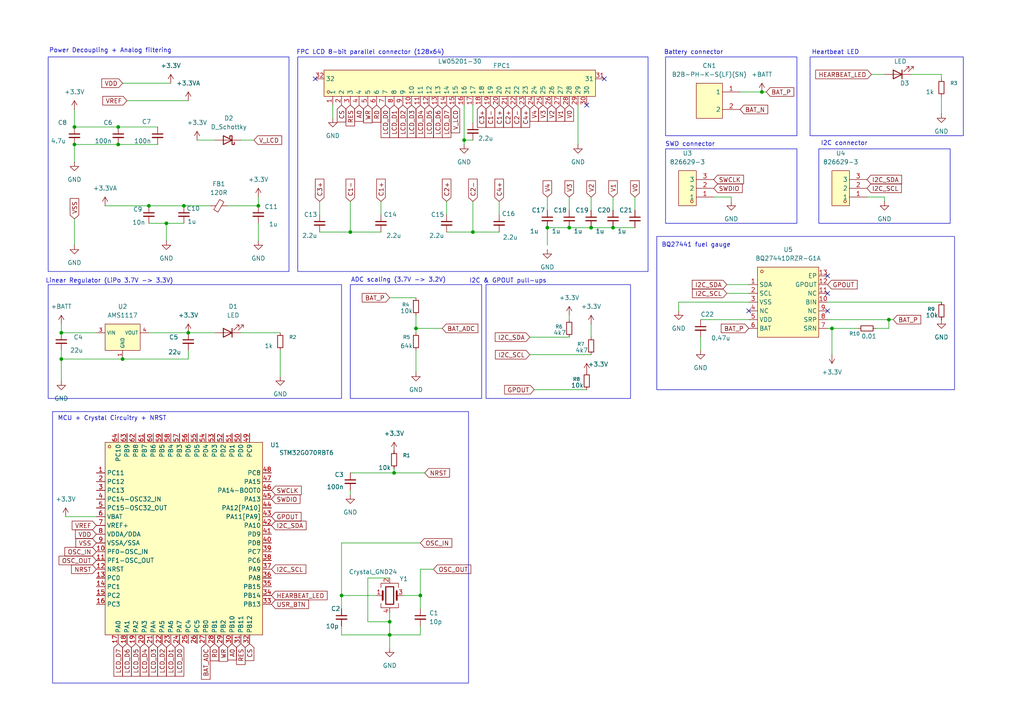
<source format=kicad_sch>
(kicad_sch (version 20250114) (generator "eeschema") (generator_version "9.0")
  (paper "A4")
  (title_block (title "STM32 Single cell LiPo station") (date "2025-09-07") (rev "v0") (company "github.com/joubiti"))
  (lib_symbols
    (symbol "Device:C_Small" (pin_numbers (hide yes)) (pin_names (offset 0.254) (hide yes))
      (property "Reference" "C" (at 0.254 1.778 0))
      (property "Value" "C_Small" (at 0.254 -2.032 0))
      (symbol "C_Small_1_1"
        (pin passive line (at 0 2.54 270) (length 2.032) (name "~") (number "1"))
        (pin passive line (at 0 -2.54 90) (length 2.032) (name "~") (number "2"))
      )
    )
    (symbol "Device:Crystal_GND24" (pin_names (offset 1.016) (hide yes))
      (property "Reference" "Y" (at 3.175 5.08 0))
      (property "Value" "Crystal_GND24" (at 3.175 3.175 0))
      (symbol "Crystal_GND24_1_1"
        (pin passive line (at -3.81 0 0) (length 1.27) (name "1") (number "1"))
        (pin passive line (at 0 5.08 270) (length 1.27) (name "2") (number "2"))
        (pin passive line (at 0 -5.08 90) (length 1.27) (name "4") (number "4"))
        (pin passive line (at 3.81 0 180) (length 1.27) (name "3") (number "3"))
      )
    )
    (symbol "Device:D_Schottky" (pin_numbers (hide yes)) (pin_names (offset 1.016) (hide yes))
      (property "Reference" "D" (at 0 2.54 0))
      (property "Value" "D_Schottky" (at 0 -2.54 0))
      (symbol "D_Schottky_1_1"
        (pin passive line (at -3.81 0 0) (length 2.54) (name "K") (number "1"))
        (pin passive line (at 3.81 0 180) (length 2.54) (name "A") (number "2"))
      )
    )
    (symbol "Device:FerriteBead_Small" (pin_numbers (hide yes)) (pin_names (offset 0))
      (property "Reference" "FB" (at 1.905 1.27 0))
      (property "Value" "FerriteBead_Small" (at 1.905 -1.27 0))
      (symbol "FerriteBead_Small_1_1"
        (pin passive line (at 0 2.54 270) (length 1.27) (name "~") (number "1"))
        (pin passive line (at 0 -2.54 90) (length 1.27) (name "~") (number "2"))
      )
    )
    (symbol "Device:LED" (pin_numbers (hide yes)) (pin_names (offset 1.016) (hide yes))
      (property "Reference" "D" (at 0 2.54 0))
      (property "Value" "LED" (at 0 -2.54 0))
      (symbol "LED_1_1"
        (pin passive line (at -3.81 0 0) (length 2.54) (name "K") (number "1"))
        (pin passive line (at 3.81 0 180) (length 2.54) (name "A") (number "2"))
      )
    )
    (symbol "Device:R_Small" (pin_numbers (hide yes)) (pin_names (offset 0.254) (hide yes))
      (property "Reference" "R" (at 0 0 90))
      (property "Value" "R_Small" (at 1.778 0 90))
      (symbol "R_Small_1_1"
        (pin passive line (at 0 2.54 270) (length 0.762) (name "~") (number "1"))
        (pin passive line (at 0 -2.54 90) (length 0.762) (name "~") (number "2"))
      )
    )
    (symbol "PCM_JLCPCB-Power:LDO, 3.3V, 1A"
      (property "Reference" "U" (at 0 8.89 0))
      (property "Value" "AMS1117" (at 0 6.35 0))
      (symbol "LDO, 3.3V, 1A_0_1"
        (pin unspecified line (at 0 -5.08 90) (length 2.54) (name "GND") (number "1"))
        (pin unspecified line (at 7.62 2.54 180) (length 2.54) (name "VOUT") (number "4"))
      )
      (symbol "LDO, 3.3V, 1A_1_1"
        (pin unspecified line (at -7.62 2.54 0) (length 2.54) (name "VIN") (number "3"))
        (pin unspecified line (at 7.62 2.54 180) (length 2.54) (hide yes) (name "VOUT") (number "2"))
      )
    )
    (symbol "easyeda2kicad:826629-3"
      (property "Reference" "U" (at 0 -2.54 0))
      (property "Value" "826629-3" (at 0 -12.7 0))
      (symbol "826629-3_0_1"
        (pin unspecified line (at -2.54 -7.62 90) (length 5.08) (name "1") (number "1"))
        (pin unspecified line (at 0 -7.62 90) (length 5.08) (name "2") (number "2"))
        (pin unspecified line (at 2.54 -7.62 90) (length 5.08) (name "3") (number "3"))
      )
    )
    (symbol "easyeda2kicad:B2B-PH-K-S(LF)(SN)"
      (property "Reference" "CN" (at 0 7.62 0))
      (property "Value" "B2B-PH-K-S(LF)(SN)" (at 0 -7.62 0))
      (symbol "B2B-PH-K-S(LF)(SN)_0_1"
        (pin input line (at 6.35 2.54 180) (length 5.08) (name "1") (number "1"))
        (pin input line (at 6.35 -2.54 180) (length 5.08) (name "2") (number "2"))
      )
    )
    (symbol "easyeda2kicad:BQ27441DRZR-G1A"
      (property "Reference" "U" (at 0 12.7 0))
      (property "Value" "BQ27441DRZR-G1A" (at 0 -12.7 0))
      (symbol "BQ27441DRZR-G1A_0_1"
        (pin unspecified line (at -11.43 5.08 0) (length 2.54) (name "SDA") (number "1"))
        (pin unspecified line (at -11.43 2.54 0) (length 2.54) (name "SCL") (number "2"))
        (pin unspecified line (at -11.43 0 0) (length 2.54) (name "VSS") (number "3"))
        (pin unspecified line (at -11.43 -2.54 0) (length 2.54) (name "NC") (number "4"))
        (pin unspecified line (at -11.43 -5.08 0) (length 2.54) (name "VDD") (number "5"))
        (pin unspecified line (at -11.43 -7.62 0) (length 2.54) (name "BAT") (number "6"))
        (pin unspecified line (at 11.43 7.62 180) (length 2.54) (name "EP") (number "13"))
        (pin unspecified line (at 11.43 5.08 180) (length 2.54) (name "GPOUT") (number "12"))
        (pin unspecified line (at 11.43 2.54 180) (length 2.54) (name "NC") (number "11"))
        (pin unspecified line (at 11.43 0 180) (length 2.54) (name "BIN") (number "10"))
        (pin unspecified line (at 11.43 -2.54 180) (length 2.54) (name "NC") (number "9"))
        (pin unspecified line (at 11.43 -5.08 180) (length 2.54) (name "SRP") (number "8"))
        (pin unspecified line (at 11.43 -7.62 180) (length 2.54) (name "SRN") (number "7"))
      )
    )
    (symbol "easyeda2kicad:LW05201-30"
      (property "Reference" "FPC" (at 0 48.26 0))
      (property "Value" "LW05201-30" (at 0 -45.72 0))
      (symbol "LW05201-30_0_1"
        (pin unspecified line (at -5.08 38.1 0) (length 2.54) (name "1") (number "1"))
        (pin unspecified line (at -5.08 35.56 0) (length 2.54) (name "2") (number "2"))
        (pin unspecified line (at -5.08 33.02 0) (length 2.54) (name "3") (number "3"))
        (pin unspecified line (at -5.08 30.48 0) (length 2.54) (name "4") (number "4"))
        (pin unspecified line (at -5.08 27.94 0) (length 2.54) (name "5") (number "5"))
        (pin unspecified line (at -5.08 25.4 0) (length 2.54) (name "6") (number "6"))
        (pin unspecified line (at -5.08 22.86 0) (length 2.54) (name "7") (number "7"))
        (pin unspecified line (at -5.08 20.32 0) (length 2.54) (name "8") (number "8"))
        (pin unspecified line (at -5.08 17.78 0) (length 2.54) (name "9") (number "9"))
        (pin unspecified line (at -5.08 15.24 0) (length 2.54) (name "10") (number "10"))
        (pin unspecified line (at -5.08 12.7 0) (length 2.54) (name "11") (number "11"))
        (pin unspecified line (at -5.08 10.16 0) (length 2.54) (name "12") (number "12"))
        (pin unspecified line (at -5.08 7.62 0) (length 2.54) (name "13") (number "13"))
        (pin unspecified line (at -5.08 5.08 0) (length 2.54) (name "14") (number "14"))
        (pin unspecified line (at -5.08 2.54 0) (length 2.54) (name "15") (number "15"))
        (pin unspecified line (at -5.08 0 0) (length 2.54) (name "16") (number "16"))
        (pin unspecified line (at -5.08 -2.54 0) (length 2.54) (name "17") (number "17"))
        (pin unspecified line (at -5.08 -5.08 0) (length 2.54) (name "18") (number "18"))
        (pin unspecified line (at -5.08 -7.62 0) (length 2.54) (name "19") (number "19"))
        (pin unspecified line (at -5.08 -10.16 0) (length 2.54) (name "20") (number "20"))
        (pin unspecified line (at -5.08 -12.7 0) (length 2.54) (name "21") (number "21"))
        (pin unspecified line (at -5.08 -15.24 0) (length 2.54) (name "22") (number "22"))
        (pin unspecified line (at -5.08 -17.78 0) (length 2.54) (name "23") (number "23"))
        (pin unspecified line (at -5.08 -20.32 0) (length 2.54) (name "24") (number "24"))
        (pin unspecified line (at -5.08 -22.86 0) (length 2.54) (name "25") (number "25"))
        (pin unspecified line (at -5.08 -25.4 0) (length 2.54) (name "26") (number "26"))
        (pin unspecified line (at -5.08 -27.94 0) (length 2.54) (name "27") (number "27"))
        (pin unspecified line (at -5.08 -30.48 0) (length 2.54) (name "28") (number "28"))
        (pin unspecified line (at -5.08 -33.02 0) (length 2.54) (name "29") (number "29"))
        (pin unspecified line (at -5.08 -35.56 0) (length 2.54) (name "30") (number "30"))
        (pin unspecified line (at 2.54 43.18 270) (length 2.54) (name "32") (number "32"))
        (pin unspecified line (at 2.54 -40.64 90) (length 2.54) (name "31") (number "31"))
      )
    )
    (symbol "easyeda2kicad:STM32G070RBT6"
      (property "Reference" "U" (at 0 35.56 0))
      (property "Value" "STM32G070RBT6" (at 0 -35.56 0))
      (symbol "STM32G070RBT6_0_1"
        (pin unspecified line (at -25.4 19.05 0) (length 2.54) (name "PC11") (number "1"))
        (pin unspecified line (at -25.4 16.51 0) (length 2.54) (name "PC12") (number "2"))
        (pin unspecified line (at -25.4 13.97 0) (length 2.54) (name "PC13") (number "3"))
        (pin unspecified line (at -25.4 11.43 0) (length 2.54) (name "PC14-OSC32_IN") (number "4"))
        (pin unspecified line (at -25.4 8.89 0) (length 2.54) (name "PC15-OSC32_OUT") (number "5"))
        (pin unspecified line (at -25.4 6.35 0) (length 2.54) (name "VBAT") (number "6"))
        (pin unspecified line (at -25.4 3.81 0) (length 2.54) (name "VREF+") (number "7"))
        (pin unspecified line (at -25.4 1.27 0) (length 2.54) (name "VDDA/DDA") (number "8"))
        (pin unspecified line (at -25.4 -1.27 0) (length 2.54) (name "VSSA/SSA") (number "9"))
        (pin unspecified line (at -25.4 -3.81 0) (length 2.54) (name "PF0-OSC_IN") (number "10"))
        (pin unspecified line (at -25.4 -6.35 0) (length 2.54) (name "PF1-OSC_OUT") (number "11"))
        (pin unspecified line (at -25.4 -8.89 0) (length 2.54) (name "NRST") (number "12"))
        (pin unspecified line (at -25.4 -11.43 0) (length 2.54) (name "PC0") (number "13"))
        (pin unspecified line (at -25.4 -13.97 0) (length 2.54) (name "PC1") (number "14"))
        (pin unspecified line (at -25.4 -16.51 0) (length 2.54) (name "PC2") (number "15"))
        (pin unspecified line (at -25.4 -19.05 0) (length 2.54) (name "PC3") (number "16"))
        (pin unspecified line (at -19.05 30.48 270) (length 2.54) (name "PC10") (number "64"))
        (pin unspecified line (at -19.05 -30.48 90) (length 2.54) (name "PA0") (number "17"))
        (pin unspecified line (at -16.51 30.48 270) (length 2.54) (name "PB9") (number "63"))
        (pin unspecified line (at -16.51 -30.48 90) (length 2.54) (name "PA1") (number "18"))
        (pin unspecified line (at -13.97 30.48 270) (length 2.54) (name "PB8") (number "62"))
        (pin unspecified line (at -13.97 -30.48 90) (length 2.54) (name "PA2") (number "19"))
        (pin unspecified line (at -11.43 30.48 270) (length 2.54) (name "PB7") (number "61"))
        (pin unspecified line (at -11.43 -30.48 90) (length 2.54) (name "PA3") (number "20"))
        (pin unspecified line (at -8.89 30.48 270) (length 2.54) (name "PB6") (number "60"))
        (pin unspecified line (at -8.89 -30.48 90) (length 2.54) (name "PA4") (number "21"))
        (pin unspecified line (at -6.35 30.48 270) (length 2.54) (name "PB5") (number "59"))
        (pin unspecified line (at -6.35 -30.48 90) (length 2.54) (name "PA5") (number "22"))
        (pin unspecified line (at -3.81 30.48 270) (length 2.54) (name "PB4") (number "58"))
        (pin unspecified line (at -3.81 -30.48 90) (length 2.54) (name "PA6") (number "23"))
        (pin unspecified line (at -1.27 30.48 270) (length 2.54) (name "PB3") (number "57"))
        (pin unspecified line (at -1.27 -30.48 90) (length 2.54) (name "PA7") (number "24"))
        (pin unspecified line (at 1.27 30.48 270) (length 2.54) (name "PD6") (number "56"))
        (pin unspecified line (at 1.27 -30.48 90) (length 2.54) (name "PC4") (number "25"))
        (pin unspecified line (at 3.81 30.48 270) (length 2.54) (name "PD5") (number "55"))
        (pin unspecified line (at 3.81 -30.48 90) (length 2.54) (name "PC5") (number "26"))
        (pin unspecified line (at 6.35 30.48 270) (length 2.54) (name "PD4") (number "54"))
        (pin unspecified line (at 6.35 -30.48 90) (length 2.54) (name "PB0") (number "27"))
        (pin unspecified line (at 8.89 30.48 270) (length 2.54) (name "PD3") (number "53"))
        (pin unspecified line (at 8.89 -30.48 90) (length 2.54) (name "PB1") (number "28"))
        (pin unspecified line (at 11.43 30.48 270) (length 2.54) (name "PD2") (number "52"))
        (pin unspecified line (at 11.43 -30.48 90) (length 2.54) (name "PB2") (number "29"))
        (pin unspecified line (at 13.97 30.48 270) (length 2.54) (name "PD1") (number "51"))
        (pin unspecified line (at 13.97 -30.48 90) (length 2.54) (name "PB10") (number "30"))
        (pin unspecified line (at 16.51 30.48 270) (length 2.54) (name "PD0") (number "50"))
        (pin unspecified line (at 16.51 -30.48 90) (length 2.54) (name "PB11") (number "31"))
        (pin unspecified line (at 19.05 30.48 270) (length 2.54) (name "PC9") (number "49"))
        (pin unspecified line (at 19.05 -30.48 90) (length 2.54) (name "PB12") (number "32"))
        (pin unspecified line (at 25.4 19.05 180) (length 2.54) (name "PC8") (number "48"))
        (pin unspecified line (at 25.4 16.51 180) (length 2.54) (name "PA15") (number "47"))
        (pin unspecified line (at 25.4 13.97 180) (length 2.54) (name "PA14-BOOT0") (number "46"))
        (pin unspecified line (at 25.4 11.43 180) (length 2.54) (name "PA13") (number "45"))
        (pin unspecified line (at 25.4 8.89 180) (length 2.54) (name "PA12[PA10]") (number "44"))
        (pin unspecified line (at 25.4 6.35 180) (length 2.54) (name "PA11[PA9]") (number "43"))
        (pin unspecified line (at 25.4 3.81 180) (length 2.54) (name "PA10") (number "42"))
        (pin unspecified line (at 25.4 1.27 180) (length 2.54) (name "PD9") (number "41"))
        (pin unspecified line (at 25.4 -1.27 180) (length 2.54) (name "PD8") (number "40"))
        (pin unspecified line (at 25.4 -3.81 180) (length 2.54) (name "PC7") (number "39"))
        (pin unspecified line (at 25.4 -6.35 180) (length 2.54) (name "PC6") (number "38"))
        (pin unspecified line (at 25.4 -8.89 180) (length 2.54) (name "PA9") (number "37"))
        (pin unspecified line (at 25.4 -11.43 180) (length 2.54) (name "PA8") (number "36"))
        (pin unspecified line (at 25.4 -13.97 180) (length 2.54) (name "PB15") (number "35"))
        (pin unspecified line (at 25.4 -16.51 180) (length 2.54) (name "PB14") (number "34"))
        (pin unspecified line (at 25.4 -19.05 180) (length 2.54) (name "PB13") (number "33"))
      )
    )
    (symbol "power:+3.3V" (power) (pin_numbers (hide yes)) (pin_names (offset 0) (hide yes))
      (property "Value" "+3.3V" (at 0 3.556 0))
      (symbol "+3.3V_1_1"
        (pin power_in line (at 0 0 90) (length 0) (name "~") (number "1"))
      )
    )
    (symbol "power:+3.3VA" (power) (pin_numbers (hide yes)) (pin_names (offset 0) (hide yes))
      (property "Value" "+3.3VA" (at 0 3.556 0))
      (symbol "+3.3VA_1_1"
        (pin power_in line (at 0 0 90) (length 0) (name "~") (number "1"))
      )
    )
    (symbol "power:+BATT" (power) (pin_numbers (hide yes)) (pin_names (offset 0) (hide yes))
      (property "Value" "+BATT" (at 0 3.556 0))
      (symbol "+BATT_1_1"
        (pin power_in line (at 0 0 90) (length 0) (name "~") (number "1"))
      )
    )
    (symbol "power:GND" (power) (pin_numbers (hide yes)) (pin_names (offset 0) (hide yes))
      (property "Value" "GND" (at 0 -3.81 0))
      (symbol "GND_1_1"
        (pin power_in line (at 0 0 270) (length 0) (name "~") (number "1"))
      )
    )
  )
  (rectangle (start 193.04 16.51) (end 231.14 39.37))
  (rectangle (start 13.97 82.55) (end 99.06 115.57))
  (rectangle (start 15.24 119.38) (end 135.89 198.12))
  (rectangle (start 190.5 68.58) (end 276.86 113.03))
  (rectangle (start 237.49 43.18) (end 275.59 64.77))
  (rectangle (start 86.36 16.51) (end 187.96 78.74))
  (rectangle (start 140.97 82.55) (end 182.88 115.57))
  (rectangle (start 13.97 16.51) (end 83.82 78.74))
  (rectangle (start 234.95 16.51) (end 279.4 39.37))
  (rectangle (start 101.6 82.55) (end 139.7 115.57))
  (rectangle (start 193.04 43.18) (end 231.14 64.77))
  (text "ADC scaling (3.7V -> 3.2V)" (at 115.57 81.28 0) (effects (font (size 1.27 1.27))))
  (text "I2C connector" (at 244.856 41.656 0) (effects (font (size 1.27 1.27))))
  (text "SWD connector" (at 200.152 41.91 0) (effects (font (size 1.27 1.27))))
  (text "Battery connector" (at 201.168 15.24 0) (effects (font (size 1.27 1.27))))
  (text "I2C & GPOUT pull-ups" (at 147.32 81.534 0) (effects (font (size 1.27 1.27))))
  (text "FPC LCD 8-bit parallel connector (128x64)" (at 107.442 15.24 0) (effects (font (size 1.27 1.27))))
  (text "Power Decoupling + Analog filtering" (at 32.004 14.732 0) (effects (font (size 1.27 1.27))))
  (text "Linear Regulator (LiPo 3.7V -> 3.3V)" (at 31.75 81.534 0) (effects (font (size 1.27 1.27))))
  (text "BQ27441 fuel gauge" (at 201.93 71.12 0) (effects (font (size 1.27 1.27))))
  (text "MCU + Crystal Circuitry + NRST" (at 32.512 121.412 0) (effects (font (size 1.27 1.27))))
  (text "Heartbeat LED" (at 242.316 15.24 0) (effects (font (size 1.27 1.27))))
  (junction (at 241.3 95.25))
  (junction (at 17.78 96.52))
  (junction (at 34.29 36.83))
  (junction (at 171.45 66.04))
  (junction (at 99.06 172.72))
  (junction (at 101.6 67.31))
  (junction (at 120.65 95.25))
  (junction (at 34.29 41.91))
  (junction (at 257.81 92.71))
  (junction (at 177.8 66.04))
  (junction (at 17.78 104.14))
  (junction (at 48.26 64.77))
  (junction (at 158.75 66.04))
  (junction (at 134.62 40.64))
  (junction (at 43.18 59.69))
  (junction (at 53.34 59.69))
  (junction (at 74.93 59.69))
  (junction (at 121.92 172.72))
  (junction (at 21.59 36.83))
  (junction (at 54.61 96.52))
  (junction (at 113.03 184.15))
  (junction (at 21.59 41.91))
  (junction (at 165.1 66.04))
  (junction (at 114.3 137.16))
  (junction (at 220.98 26.67))
  (junction (at 137.16 67.31))
  (junction (at 113.03 180.34))
  (junction (at 35.56 104.14))
  (no_connect (at 91.44 22.86))
  (no_connect (at 217.17 90.17))
  (no_connect (at 240.03 80.01))
  (no_connect (at 240.03 85.09))
  (no_connect (at 240.03 90.17))
  (no_connect (at 175.26 22.86))
  (no_connect (at 170.18 30.48))
  (wire (pts (xy 113.03 180.34) (xy 113.03 184.15)))
  (wire (pts (xy 252.73 21.59) (xy 256.54 21.59)))
  (wire (pts (xy 137.16 67.31) (xy 144.78 67.31)))
  (wire (pts (xy 54.61 96.52) (xy 62.23 96.52)))
  (wire (pts (xy 74.93 64.77) (xy 74.93 69.85)))
  (wire (pts (xy 114.3 137.16) (xy 123.19 137.16)))
  (wire (pts (xy 92.71 58.42) (xy 92.71 62.23)))
  (wire (pts (xy 121.92 184.15) (xy 113.03 184.15)))
  (wire (pts (xy 158.75 66.04) (xy 165.1 66.04)))
  (wire (pts (xy 48.26 64.77) (xy 53.34 64.77)))
  (wire (pts (xy 137.16 58.42) (xy 137.16 67.31)))
  (wire (pts (xy 69.85 40.64) (xy 73.66 40.64)))
  (wire (pts (xy 203.2 97.79) (xy 203.2 101.6)))
  (wire (pts (xy 203.2 92.71) (xy 217.17 92.71)))
  (wire (pts (xy 257.81 92.71) (xy 257.81 95.25)))
  (wire (pts (xy 74.93 57.15) (xy 74.93 59.69)))
  (wire (pts (xy 165.1 57.15) (xy 165.1 60.96)))
  (wire (pts (xy 17.78 104.14) (xy 17.78 110.49)))
  (wire (pts (xy 21.59 63.5) (xy 21.59 71.12)))
  (wire (pts (xy 34.29 41.91) (xy 45.72 41.91)))
  (wire (pts (xy 171.45 57.15) (xy 171.45 60.96)))
  (wire (pts (xy 154.94 113.03) (xy 170.18 113.03)))
  (wire (pts (xy 21.59 31.75) (xy 21.59 36.83)))
  (wire (pts (xy 54.61 101.6) (xy 54.61 104.14)))
  (wire (pts (xy 48.26 64.77) (xy 48.26 69.85)))
  (wire (pts (xy 171.45 93.98) (xy 171.45 97.79)))
  (wire (pts (xy 129.54 58.42) (xy 129.54 62.23)))
  (wire (pts (xy 212.09 57.15) (xy 212.09 58.42)))
  (wire (pts (xy 43.18 64.77) (xy 48.26 64.77)))
  (wire (pts (xy 144.78 58.42) (xy 144.78 62.23)))
  (wire (pts (xy 101.6 137.16) (xy 114.3 137.16)))
  (wire (pts (xy 210.82 82.55) (xy 217.17 82.55)))
  (wire (pts (xy 184.15 57.15) (xy 184.15 60.96)))
  (wire (pts (xy 273.05 21.59) (xy 273.05 22.86)))
  (wire (pts (xy 128.27 95.25) (xy 120.65 95.25)))
  (wire (pts (xy 17.78 104.14) (xy 17.78 101.6)))
  (wire (pts (xy 19.05 149.86) (xy 27.94 149.86)))
  (wire (pts (xy 21.59 41.91) (xy 21.59 46.99)))
  (wire (pts (xy 167.64 30.48) (xy 167.64 41.91)))
  (wire (pts (xy 17.78 93.98) (xy 17.78 96.52)))
  (wire (pts (xy 54.61 104.14) (xy 35.56 104.14)))
  (wire (pts (xy 34.29 36.83) (xy 45.72 36.83)))
  (wire (pts (xy 101.6 58.42) (xy 101.6 67.31)))
  (wire (pts (xy 121.92 172.72) (xy 121.92 176.53)))
  (wire (pts (xy 257.81 95.25) (xy 254 95.25)))
  (wire (pts (xy 106.68 167.64) (xy 106.68 180.34)))
  (wire (pts (xy 35.56 24.13) (xy 49.53 24.13)))
  (wire (pts (xy 30.48 59.69) (xy 43.18 59.69)))
  (wire (pts (xy 36.83 29.21) (xy 54.61 29.21)))
  (wire (pts (xy 134.62 40.64) (xy 134.62 41.91)))
  (wire (pts (xy 256.54 57.15) (xy 256.54 58.42)))
  (wire (pts (xy 264.16 21.59) (xy 273.05 21.59)))
  (wire (pts (xy 96.52 30.48) (xy 96.52 34.29)))
  (wire (pts (xy 241.3 95.25) (xy 248.92 95.25)))
  (wire (pts (xy 116.84 172.72) (xy 121.92 172.72)))
  (wire (pts (xy 259.08 92.71) (xy 257.81 92.71)))
  (wire (pts (xy 113.03 167.64) (xy 106.68 167.64)))
  (wire (pts (xy 240.03 92.71) (xy 257.81 92.71)))
  (wire (pts (xy 222.25 26.67) (xy 220.98 26.67)))
  (wire (pts (xy 153.67 102.87) (xy 171.45 102.87)))
  (wire (pts (xy 165.1 66.04) (xy 171.45 66.04)))
  (wire (pts (xy 21.59 41.91) (xy 34.29 41.91)))
  (wire (pts (xy 129.54 67.31) (xy 137.16 67.31)))
  (wire (pts (xy 81.28 101.6) (xy 81.28 109.22)))
  (wire (pts (xy 99.06 181.61) (xy 99.06 184.15)))
  (wire (pts (xy 158.75 66.04) (xy 158.75 71.12)))
  (wire (pts (xy 121.92 181.61) (xy 121.92 184.15)))
  (wire (pts (xy 35.56 104.14) (xy 17.78 104.14)))
  (wire (pts (xy 101.6 142.24) (xy 101.6 143.51)))
  (wire (pts (xy 120.65 95.25) (xy 120.65 96.52)))
  (wire (pts (xy 134.62 40.64) (xy 137.16 40.64)))
  (wire (pts (xy 273.05 27.94) (xy 273.05 33.02)))
  (wire (pts (xy 196.85 87.63) (xy 196.85 90.17)))
  (wire (pts (xy 53.34 59.69) (xy 60.96 59.69)))
  (wire (pts (xy 137.16 30.48) (xy 137.16 35.56)))
  (wire (pts (xy 121.92 157.48) (xy 99.06 157.48)))
  (wire (pts (xy 106.68 180.34) (xy 113.03 180.34)))
  (wire (pts (xy 120.65 91.44) (xy 120.65 95.25)))
  (wire (pts (xy 92.71 67.31) (xy 101.6 67.31)))
  (wire (pts (xy 99.06 172.72) (xy 109.22 172.72)))
  (wire (pts (xy 21.59 36.83) (xy 34.29 36.83)))
  (wire (pts (xy 177.8 57.15) (xy 177.8 60.96)))
  (wire (pts (xy 177.8 66.04) (xy 184.15 66.04)))
  (wire (pts (xy 114.3 135.89) (xy 114.3 137.16)))
  (wire (pts (xy 69.85 96.52) (xy 81.28 96.52)))
  (wire (pts (xy 57.15 40.64) (xy 62.23 40.64)))
  (wire (pts (xy 110.49 58.42) (xy 110.49 62.23)))
  (wire (pts (xy 17.78 96.52) (xy 27.94 96.52)))
  (wire (pts (xy 99.06 172.72) (xy 99.06 176.53)))
  (wire (pts (xy 210.82 85.09) (xy 217.17 85.09)))
  (wire (pts (xy 66.04 59.69) (xy 74.93 59.69)))
  (wire (pts (xy 171.45 66.04) (xy 177.8 66.04)))
  (wire (pts (xy 43.18 96.52) (xy 54.61 96.52)))
  (wire (pts (xy 207.01 57.15) (xy 212.09 57.15)))
  (wire (pts (xy 158.75 57.15) (xy 158.75 60.96)))
  (wire (pts (xy 101.6 67.31) (xy 110.49 67.31)))
  (wire (pts (xy 220.98 26.67) (xy 214.63 26.67)))
  (wire (pts (xy 125.73 165.1) (xy 121.92 165.1)))
  (wire (pts (xy 240.03 95.25) (xy 241.3 95.25)))
  (wire (pts (xy 120.65 101.6) (xy 120.65 107.95)))
  (wire (pts (xy 165.1 91.44) (xy 165.1 92.71)))
  (wire (pts (xy 99.06 184.15) (xy 113.03 184.15)))
  (wire (pts (xy 241.3 102.87) (xy 241.3 95.25)))
  (wire (pts (xy 134.62 30.48) (xy 134.62 40.64)))
  (wire (pts (xy 113.03 184.15) (xy 113.03 187.96)))
  (wire (pts (xy 121.92 165.1) (xy 121.92 172.72)))
  (wire (pts (xy 217.17 87.63) (xy 196.85 87.63)))
  (wire (pts (xy 99.06 157.48) (xy 99.06 172.72)))
  (wire (pts (xy 240.03 87.63) (xy 273.05 87.63)))
  (wire (pts (xy 43.18 59.69) (xy 53.34 59.69)))
  (wire (pts (xy 251.46 57.15) (xy 256.54 57.15)))
  (wire (pts (xy 153.67 97.79) (xy 165.1 97.79)))
  (wire (pts (xy 113.03 86.36) (xy 120.65 86.36)))
  (wire (pts (xy 113.03 177.8) (xy 113.03 180.34)))
  (global_label "C1+" (shape input) (at 144.78 30.48 270) (property "Intersheetrefs" "${INTERSHEET_REFS}" (effects (hide yes))))
  (global_label "HEARBEAT_LED" (shape input) (at 78.74 172.72 0) (property "Intersheetrefs" "${INTERSHEET_REFS}" (effects (hide yes))))
  (global_label "LCD_D5" (shape input) (at 39.37 186.69 270) (property "Intersheetrefs" "${INTERSHEET_REFS}" (effects (hide yes))))
  (global_label "RES" (shape input) (at 69.85 186.69 270) (property "Intersheetrefs" "${INTERSHEET_REFS}" (effects (hide yes))))
  (global_label "VSS" (shape input) (at 27.94 157.48 180) (property "Intersheetrefs" "${INTERSHEET_REFS}" (effects (hide yes))))
  (global_label "GPOUT" (shape input) (at 240.03 82.55 0) (property "Intersheetrefs" "${INTERSHEET_REFS}" (effects (hide yes))))
  (global_label "V0" (shape input) (at 165.1 30.48 270) (property "Intersheetrefs" "${INTERSHEET_REFS}" (effects (hide yes))))
  (global_label "USR_BTN" (shape input) (at 78.74 175.26 0) (property "Intersheetrefs" "${INTERSHEET_REFS}" (effects (hide yes))))
  (global_label "OSC_OUT" (shape input) (at 27.94 162.56 180) (property "Intersheetrefs" "${INTERSHEET_REFS}" (effects (hide yes))))
  (global_label "V1" (shape input) (at 177.8 57.15 90) (property "Intersheetrefs" "${INTERSHEET_REFS}" (effects (hide yes))))
  (global_label "NRST" (shape input) (at 27.94 165.1 180) (property "Intersheetrefs" "${INTERSHEET_REFS}" (effects (hide yes))))
  (global_label "VDD" (shape input) (at 27.94 154.94 180) (property "Intersheetrefs" "${INTERSHEET_REFS}" (effects (hide yes))))
  (global_label "C2-" (shape input) (at 149.86 30.48 270) (property "Intersheetrefs" "${INTERSHEET_REFS}" (effects (hide yes))))
  (global_label "LCD_D7" (shape input) (at 34.29 186.69 270) (property "Intersheetrefs" "${INTERSHEET_REFS}" (effects (hide yes))))
  (global_label "I2C_SDA" (shape input) (at 153.67 97.79 180) (property "Intersheetrefs" "${INTERSHEET_REFS}" (effects (hide yes))))
  (global_label "SWCLK" (shape input) (at 78.74 142.24 0) (property "Intersheetrefs" "${INTERSHEET_REFS}" (effects (hide yes))))
  (global_label "LCD_D3" (shape input) (at 44.45 186.69 270) (property "Intersheetrefs" "${INTERSHEET_REFS}" (effects (hide yes))))
  (global_label "BAT_P" (shape input) (at 217.17 95.25 180) (property "Intersheetrefs" "${INTERSHEET_REFS}" (effects (hide yes))))
  (global_label "WR" (shape input) (at 64.77 186.69 270) (property "Intersheetrefs" "${INTERSHEET_REFS}" (effects (hide yes))))
  (global_label "LCD_D4" (shape input) (at 121.92 30.48 270) (property "Intersheetrefs" "${INTERSHEET_REFS}" (effects (hide yes))))
  (global_label "V3" (shape input) (at 165.1 57.15 90) (property "Intersheetrefs" "${INTERSHEET_REFS}" (effects (hide yes))))
  (global_label "I2C_SCL" (shape input) (at 251.46 54.61 0) (property "Intersheetrefs" "${INTERSHEET_REFS}" (effects (hide yes))))
  (global_label "BAT_ADC" (shape input) (at 128.27 95.25 0) (property "Intersheetrefs" "${INTERSHEET_REFS}" (effects (hide yes))))
  (global_label "SWDIO" (shape input) (at 207.01 54.61 0) (property "Intersheetrefs" "${INTERSHEET_REFS}" (effects (hide yes))))
  (global_label "A0" (shape input) (at 104.14 30.48 270) (property "Intersheetrefs" "${INTERSHEET_REFS}" (effects (hide yes))))
  (global_label "V4" (shape input) (at 154.94 30.48 270) (property "Intersheetrefs" "${INTERSHEET_REFS}" (effects (hide yes))))
  (global_label "LCD_D4" (shape input) (at 41.91 186.69 270) (property "Intersheetrefs" "${INTERSHEET_REFS}" (effects (hide yes))))
  (global_label "LCD_D6" (shape input) (at 36.83 186.69 270) (property "Intersheetrefs" "${INTERSHEET_REFS}" (effects (hide yes))))
  (global_label "OSC_IN" (shape input) (at 121.92 157.48 0) (property "Intersheetrefs" "${INTERSHEET_REFS}" (effects (hide yes))))
  (global_label "LCD_D0" (shape input) (at 111.76 30.48 270) (property "Intersheetrefs" "${INTERSHEET_REFS}" (effects (hide yes))))
  (global_label "V1" (shape input) (at 162.56 30.48 270) (property "Intersheetrefs" "${INTERSHEET_REFS}" (effects (hide yes))))
  (global_label "BAT_ADC" (shape input) (at 59.69 186.69 270) (property "Intersheetrefs" "${INTERSHEET_REFS}" (effects (hide yes))))
  (global_label "V4" (shape input) (at 158.75 57.15 90) (property "Intersheetrefs" "${INTERSHEET_REFS}" (effects (hide yes))))
  (global_label "LCD_D2" (shape input) (at 46.99 186.69 270) (property "Intersheetrefs" "${INTERSHEET_REFS}" (effects (hide yes))))
  (global_label "V2" (shape input) (at 171.45 57.15 90) (property "Intersheetrefs" "${INTERSHEET_REFS}" (effects (hide yes))))
  (global_label "C4+" (shape input) (at 144.78 58.42 90) (property "Intersheetrefs" "${INTERSHEET_REFS}" (effects (hide yes))))
  (global_label "V2" (shape input) (at 160.02 30.48 270) (property "Intersheetrefs" "${INTERSHEET_REFS}" (effects (hide yes))))
  (global_label "LCD_D6" (shape input) (at 127 30.48 270) (property "Intersheetrefs" "${INTERSHEET_REFS}" (effects (hide yes))))
  (global_label "RD" (shape input) (at 109.22 30.48 270) (property "Intersheetrefs" "${INTERSHEET_REFS}" (effects (hide yes))))
  (global_label "RES" (shape input) (at 101.6 30.48 270) (property "Intersheetrefs" "${INTERSHEET_REFS}" (effects (hide yes))))
  (global_label "OSC_OUT" (shape input) (at 125.73 165.1 0) (property "Intersheetrefs" "${INTERSHEET_REFS}" (effects (hide yes))))
  (global_label "GPOUT" (shape input) (at 78.74 149.86 0) (property "Intersheetrefs" "${INTERSHEET_REFS}" (effects (hide yes))))
  (global_label "V_LCD" (shape input) (at 132.08 30.48 270) (property "Intersheetrefs" "${INTERSHEET_REFS}" (effects (hide yes))))
  (global_label "GPOUT" (shape input) (at 154.94 113.03 180) (property "Intersheetrefs" "${INTERSHEET_REFS}" (effects (hide yes))))
  (global_label "BAT_P" (shape input) (at 113.03 86.36 180) (property "Intersheetrefs" "${INTERSHEET_REFS}" (effects (hide yes))))
  (global_label "C3+" (shape input) (at 92.71 58.42 90) (property "Intersheetrefs" "${INTERSHEET_REFS}" (effects (hide yes))))
  (global_label "C3+" (shape input) (at 139.7 30.48 270) (property "Intersheetrefs" "${INTERSHEET_REFS}" (effects (hide yes))))
  (global_label "LCD_D1" (shape input) (at 114.3 30.48 270) (property "Intersheetrefs" "${INTERSHEET_REFS}" (effects (hide yes))))
  (global_label "SWCLK" (shape input) (at 207.01 52.07 0) (property "Intersheetrefs" "${INTERSHEET_REFS}" (effects (hide yes))))
  (global_label "C1-" (shape input) (at 101.6 58.42 90) (property "Intersheetrefs" "${INTERSHEET_REFS}" (effects (hide yes))))
  (global_label "BAT_N" (shape input) (at 214.63 31.75 0) (property "Intersheetrefs" "${INTERSHEET_REFS}" (effects (hide yes))))
  (global_label "RD" (shape input) (at 62.23 186.69 270) (property "Intersheetrefs" "${INTERSHEET_REFS}" (effects (hide yes))))
  (global_label "V0" (shape input) (at 184.15 57.15 90) (property "Intersheetrefs" "${INTERSHEET_REFS}" (effects (hide yes))))
  (global_label "VSS" (shape input) (at 21.59 63.5 90) (property "Intersheetrefs" "${INTERSHEET_REFS}" (effects (hide yes))))
  (global_label "A0" (shape input) (at 67.31 186.69 270) (property "Intersheetrefs" "${INTERSHEET_REFS}" (effects (hide yes))))
  (global_label "HEARBEAT_LED" (shape input) (at 252.73 21.59 180) (property "Intersheetrefs" "${INTERSHEET_REFS}" (effects (hide yes))))
  (global_label "I2C_SCL" (shape input) (at 78.74 165.1 0) (property "Intersheetrefs" "${INTERSHEET_REFS}" (effects (hide yes))))
  (global_label "I2C_SDA" (shape input) (at 210.82 82.55 180) (property "Intersheetrefs" "${INTERSHEET_REFS}" (effects (hide yes))))
  (global_label "VDD" (shape input) (at 35.56 24.13 180) (property "Intersheetrefs" "${INTERSHEET_REFS}" (effects (hide yes))))
  (global_label "C1+" (shape input) (at 110.49 58.42 90) (property "Intersheetrefs" "${INTERSHEET_REFS}" (effects (hide yes))))
  (global_label "I2C_SDA" (shape input) (at 251.46 52.07 0) (property "Intersheetrefs" "${INTERSHEET_REFS}" (effects (hide yes))))
  (global_label "LCD_D0" (shape input) (at 52.07 186.69 270) (property "Intersheetrefs" "${INTERSHEET_REFS}" (effects (hide yes))))
  (global_label "CS" (shape input) (at 99.06 30.48 270) (property "Intersheetrefs" "${INTERSHEET_REFS}" (effects (hide yes))))
  (global_label "LCD_D2" (shape input) (at 116.84 30.48 270) (property "Intersheetrefs" "${INTERSHEET_REFS}" (effects (hide yes))))
  (global_label "C2+" (shape input) (at 147.32 30.48 270) (property "Intersheetrefs" "${INTERSHEET_REFS}" (effects (hide yes))))
  (global_label "LCD_D5" (shape input) (at 124.46 30.48 270) (property "Intersheetrefs" "${INTERSHEET_REFS}" (effects (hide yes))))
  (global_label "I2C_SCL" (shape input) (at 210.82 85.09 180) (property "Intersheetrefs" "${INTERSHEET_REFS}" (effects (hide yes))))
  (global_label "VREF" (shape input) (at 36.83 29.21 180) (property "Intersheetrefs" "${INTERSHEET_REFS}" (effects (hide yes))))
  (global_label "WR" (shape input) (at 106.68 30.48 270) (property "Intersheetrefs" "${INTERSHEET_REFS}" (effects (hide yes))))
  (global_label "LCD_D3" (shape input) (at 119.38 30.48 270) (property "Intersheetrefs" "${INTERSHEET_REFS}" (effects (hide yes))))
  (global_label "V3" (shape input) (at 157.48 30.48 270) (property "Intersheetrefs" "${INTERSHEET_REFS}" (effects (hide yes))))
  (global_label "I2C_SDA" (shape input) (at 78.74 152.4 0) (property "Intersheetrefs" "${INTERSHEET_REFS}" (effects (hide yes))))
  (global_label "BAT_P" (shape input) (at 259.08 92.71 0) (property "Intersheetrefs" "${INTERSHEET_REFS}" (effects (hide yes))))
  (global_label "OSC_IN" (shape input) (at 27.94 160.02 180) (property "Intersheetrefs" "${INTERSHEET_REFS}" (effects (hide yes))))
  (global_label "LCD_D7" (shape input) (at 129.54 30.48 270) (property "Intersheetrefs" "${INTERSHEET_REFS}" (effects (hide yes))))
  (global_label "C4+" (shape input) (at 152.4 30.48 270) (property "Intersheetrefs" "${INTERSHEET_REFS}" (effects (hide yes))))
  (global_label "C1-" (shape input) (at 142.24 30.48 270) (property "Intersheetrefs" "${INTERSHEET_REFS}" (effects (hide yes))))
  (global_label "C2-" (shape input) (at 137.16 58.42 90) (property "Intersheetrefs" "${INTERSHEET_REFS}" (effects (hide yes))))
  (global_label "I2C_SCL" (shape input) (at 153.67 102.87 180) (property "Intersheetrefs" "${INTERSHEET_REFS}" (effects (hide yes))))
  (global_label "BAT_P" (shape input) (at 222.25 26.67 0) (property "Intersheetrefs" "${INTERSHEET_REFS}" (effects (hide yes))))
  (global_label "CS" (shape input) (at 72.39 186.69 270) (property "Intersheetrefs" "${INTERSHEET_REFS}" (effects (hide yes))))
  (global_label "SWDIO" (shape input) (at 78.74 144.78 0) (property "Intersheetrefs" "${INTERSHEET_REFS}" (effects (hide yes))))
  (global_label "C2+" (shape input) (at 129.54 58.42 90) (property "Intersheetrefs" "${INTERSHEET_REFS}" (effects (hide yes))))
  (global_label "LCD_D1" (shape input) (at 49.53 186.69 270) (property "Intersheetrefs" "${INTERSHEET_REFS}" (effects (hide yes))))
  (global_label "NRST" (shape input) (at 123.19 137.16 0) (property "Intersheetrefs" "${INTERSHEET_REFS}" (effects (hide yes))))
  (global_label "V_LCD" (shape input) (at 73.66 40.64 0) (property "Intersheetrefs" "${INTERSHEET_REFS}" (effects (hide yes))))
  (global_label "VREF" (shape input) (at 27.94 152.4 180) (property "Intersheetrefs" "${INTERSHEET_REFS}" (effects (hide yes))))
  (symbol (lib_id "Device:C_Small") (at 165.1 63.5 0) (unit 1)
    (property "Reference" "C18" (at 160.528 60.96 0) (effects (justify left)))
    (property "Value" "1u" (at 160.02 67.056 0) (effects (justify left)))
    (property "Description" "Unpolarized capacitor, small symbol" (effects (hide yes)))
  )
  (symbol (lib_id "power:+3.3V") (at 49.53 24.13 0) (unit 1)
    (property "Reference" "#PWR011" (effects (hide yes)))
    (property "Value" "+3.3V" (at 49.53 19.05 0))
    (property "Description" "Power symbol creates a global label with name \"+3.3V\"" (effects (hide yes)))
  )
  (symbol (lib_id "Device:C_Small") (at 17.78 99.06 0) (unit 1)
    (property "Reference" "C4" (at 21.336 97.79 0) (effects (justify left)))
    (property "Value" "22u" (at 20.32 101.6 0) (effects (justify left)))
    (property "Description" "Unpolarized capacitor, small symbol" (effects (hide yes)))
  )
  (symbol (lib_id "power:+3.3V") (at 114.3 130.81 0) (unit 1)
    (property "Reference" "#PWR04" (effects (hide yes)))
    (property "Value" "+3.3V" (at 114.3 125.73 0))
    (property "Description" "Power symbol creates a global label with name \"+3.3V\"" (effects (hide yes)))
  )
  (symbol (lib_id "Device:C_Small") (at 110.49 64.77 0) (unit 1)
    (property "Reference" "C14" (at 111.252 62.23 0) (effects (justify left)))
    (property "Value" "2.2u" (at 112.014 68.326 0) (effects (justify left)))
    (property "Description" "Unpolarized capacitor, small symbol" (effects (hide yes)))
  )
  (symbol (lib_id "Device:C_Small") (at 43.18 62.23 0) (unit 1)
    (property "Reference" "C9" (at 38.608 60.706 0) (effects (justify left)))
    (property "Value" "10n" (at 38.354 64.516 0) (effects (justify left)))
    (property "Description" "Unpolarized capacitor, small symbol" (effects (hide yes)))
  )
  (symbol (lib_id "Device:C_Small") (at 144.78 64.77 0) (unit 1)
    (property "Reference" "C16" (at 145.542 61.976 0) (effects (justify left)))
    (property "Value" "2.2u" (at 145.796 68.834 0) (effects (justify left)))
    (property "Description" "Unpolarized capacitor, small symbol" (effects (hide yes)))
  )
  (symbol (lib_id "Device:C_Small") (at 21.59 39.37 0) (unit 1)
    (property "Reference" "C8" (at 16.764 35.56 0) (effects (justify left)))
    (property "Value" "4.7u" (at 14.732 40.894 0) (effects (justify left)))
    (property "Description" "Unpolarized capacitor, small symbol" (effects (hide yes)))
  )
  (symbol (lib_id "Device:C_Small") (at 101.6 139.7 0) (unit 1)
    (property "Reference" "C3" (at 97.028 137.668 0) (effects (justify left)))
    (property "Value" "100n" (at 94.742 141.224 0) (effects (justify left)))
    (property "Description" "Unpolarized capacitor, small symbol" (effects (hide yes)))
  )
  (symbol (lib_id "power:GND") (at 120.65 107.95 0) (unit 1)
    (property "Reference" "#PWR026" (effects (hide yes)))
    (property "Value" "GND" (at 120.65 113.03 0))
    (property "Description" "Power symbol creates a global label with name \"GND\" , ground" (effects (hide yes)))
  )
  (symbol (lib_id "power:GND") (at 273.05 92.71 0) (unit 1)
    (property "Reference" "#PWR032" (effects (hide yes)))
    (property "Value" "GND" (at 273.05 97.79 0))
    (property "Description" "Power symbol creates a global label with name \"GND\" , ground" (effects (hide yes)))
  )
  (symbol (lib_id "Device:R_Small") (at 81.28 99.06 0) (unit 1)
    (property "Reference" "R2" (at 83.82 97.7899 0) (effects (font (size 1.016 1.016)) (justify left)))
    (property "Value" "1k" (at 76.708 100.33 0) (effects (justify left)))
    (property "Description" "Resistor, small symbol" (effects (hide yes)))
  )
  (symbol (lib_id "Device:R_Small") (at 170.18 110.49 0) (unit 1)
    (property "Reference" "R8" (at 166.116 109.982 0) (effects (font (size 1.016 1.016)) (justify left)))
    (property "Value" "10k" (at 165.608 111.76 0) (effects (justify left)))
    (property "Description" "Resistor, small symbol" (effects (hide yes)))
  )
  (symbol (lib_id "power:GND") (at 21.59 71.12 0) (unit 1)
    (property "Reference" "#PWR017" (effects (hide yes)))
    (property "Value" "GND" (at 21.59 76.2 0))
    (property "Description" "Power symbol creates a global label with name \"GND\" , ground" (effects (hide yes)))
  )
  (symbol (lib_id "power:+3.3V") (at 241.3 102.87 180) (unit 1)
    (property "Reference" "#PWR033" (effects (hide yes)))
    (property "Value" "+3.3V" (at 241.3 107.95 0))
    (property "Description" "Power symbol creates a global label with name \"+3.3V\"" (effects (hide yes)))
  )
  (symbol (lib_id "power:+3.3V") (at 171.45 93.98 0) (unit 1)
    (property "Reference" "#PWR028" (effects (hide yes)))
    (property "Value" "+3.3V" (at 171.45 88.9 0))
    (property "Description" "Power symbol creates a global label with name \"+3.3V\"" (effects (hide yes)))
  )
  (symbol (lib_id "Device:C_Small") (at 137.16 38.1 0) (unit 1)
    (property "Reference" "C12" (effects (hide yes)))
    (property "Value" "2.2u" (at 138.684 40.132 0) (effects (justify left)))
    (property "Description" "Unpolarized capacitor, small symbol" (effects (hide yes)))
  )
  (symbol (lib_id "Device:LED") (at 260.35 21.59 180) (unit 1)
    (property "Reference" "D3" (at 262.382 24.13 0))
    (property "Value" "LED" (at 261.112 17.78 0))
    (property "Description" "Light emitting diode" (effects (hide yes)))
    (property "Sim.Pins" "1=K 2=A" (effects (hide yes)))
  )
  (symbol (lib_id "Device:D_Schottky") (at 66.04 40.64 180) (unit 1)
    (property "Reference" "D2" (at 66.3575 34.29 0))
    (property "Value" "D_Schottky" (at 66.3575 36.83 0))
    (property "Description" "Schottky diode" (effects (hide yes)))
  )
  (symbol (lib_id "power:+3.3V") (at 57.15 40.64 0) (unit 1)
    (property "Reference" "#PWR022" (effects (hide yes)))
    (property "Value" "+3.3V" (at 57.15 35.56 0))
    (property "Description" "Power symbol creates a global label with name \"+3.3V\"" (effects (hide yes)))
  )
  (symbol (lib_id "PCM_JLCPCB-Power:LDO, 3.3V, 1A") (at 35.56 99.06 0) (unit 1)
    (property "Reference" "U2" (at 35.56 88.9 0))
    (property "Value" "AMS1117" (at 35.56 91.44 0))
    (property "Footprint" "PCM_JLCPCB:SOT-223-3_L6.5-W3.4-P2.30-LS7.0-BR" (effects (hide yes)))
    (property "Datasheet" "https://www.lcsc.com/datasheet/lcsc_datasheet_2410121508_Advanced-Monolithic-Systems-AMS1117-3-3_C6186.pdf" (effects (hide yes)))
    (property "Description" "72dB@(120Hz) 1A Fixed 3.3V Positive electrode SOT-223 Voltage Regulators - Linear, Low Drop Out (LDO) Regulators ROHS" (effects (hide yes)))
    (property "LCSC" "C6186" (effects (hide yes)))
    (property "Stock" "1270542" (effects (hide yes)))
    (property "Price" "0.169USD" (effects (hide yes)))
    (property "Process" "SMT" (effects (hide yes)))
    (property "Minimum Qty" "2" (effects (hide yes)))
    (property "Attrition Qty" "0" (effects (hide yes)))
    (property "Class" "Basic Component" (effects (hide yes)))
    (property "Category" "Power Management ICs,Linear Voltage Regulators (LDO)" (effects (hide yes)))
    (property "Manufacturer" "Advanced Monolithic Systems" (effects (hide yes)))
    (property "Part" "AMS1117-3.3" (effects (hide yes)))
    (property "Number Of Outputs" "1" (effects (hide yes)))
    (property "Output Voltage" "3.3V" (effects (hide yes)))
    (property "Dropout Voltage" "1.3V@(800mA)" (effects (hide yes)))
    (property "Output Current" "1A" (effects (hide yes)))
    (property "Output Type" "Fixed" (effects (hide yes)))
    (property "Output Polarity" "Positive electrode" (effects (hide yes)))
    (property "Power Supply Rejection Ratio (Psrr)" "72dB@(120Hz)" (effects (hide yes)))
    (property "Feature" "Overcurrent Protection(OCP);Thermal Protection(TSD)" (effects (hide yes)))
  )
  (symbol (lib_id "power:GND") (at 48.26 69.85 0) (unit 1)
    (property "Reference" "#PWR014" (effects (hide yes)))
    (property "Value" "GND" (at 48.26 74.93 0))
    (property "Description" "Power symbol creates a global label with name \"GND\" , ground" (effects (hide yes)))
  )
  (symbol (lib_id "Device:FerriteBead_Small") (at 63.5 59.69 90) (unit 1)
    (property "Reference" "FB1" (at 63.4619 53.34 90))
    (property "Value" "120R" (at 63.4619 55.88 90))
    (property "Description" "Ferrite bead, small symbol" (effects (hide yes)))
  )
  (symbol (lib_id "power:GND") (at 256.54 58.42 0) (unit 1)
    (property "Reference" "#PWR025" (effects (hide yes)))
    (property "Value" "GND" (at 256.54 63.5 0))
    (property "Description" "Power symbol creates a global label with name \"GND\" , ground" (effects (hide yes)))
  )
  (symbol (lib_id "power:+BATT") (at 220.98 26.67 0) (unit 1)
    (property "Reference" "#PWR05" (effects (hide yes)))
    (property "Value" "+BATT" (at 220.98 21.59 0))
    (property "Description" "Power symbol creates a global label with name \"+BATT\"" (effects (hide yes)))
  )
  (symbol (lib_id "power:+3.3VA") (at 30.48 59.69 0) (unit 1)
    (property "Reference" "#PWR013" (effects (hide yes)))
    (property "Value" "+3.3VA" (at 30.48 54.61 0))
    (property "Description" "Power symbol creates a global label with name \"+3.3VA\"" (effects (hide yes)))
  )
  (symbol (lib_id "power:GND") (at 212.09 58.42 0) (unit 1)
    (property "Reference" "#PWR024" (effects (hide yes)))
    (property "Value" "GND" (at 212.09 63.5 0))
    (property "Description" "Power symbol creates a global label with name \"GND\" , ground" (effects (hide yes)))
  )
  (symbol (lib_id "power:+3.3V") (at 21.59 31.75 0) (unit 1)
    (property "Reference" "#PWR08" (effects (hide yes)))
    (property "Value" "+3.3V" (at 21.59 26.67 0))
    (property "Description" "Power symbol creates a global label with name \"+3.3V\"" (effects (hide yes)))
  )
  (symbol (lib_id "Device:C_Small") (at 92.71 64.77 0) (unit 1)
    (property "Reference" "C13" (at 88.138 62.23 0) (effects (justify left)))
    (property "Value" "2.2u" (at 87.63 68.326 0) (effects (justify left)))
    (property "Description" "Unpolarized capacitor, small symbol" (effects (hide yes)))
  )
  (symbol (lib_id "power:GND") (at 273.05 33.02 0) (unit 1)
    (property "Reference" "#PWR023" (effects (hide yes)))
    (property "Value" "GND" (at 273.05 38.1 0))
    (property "Description" "Power symbol creates a global label with name \"GND\" , ground" (effects (hide yes)))
  )
  (symbol (lib_id "power:+3.3V") (at 19.05 149.86 0) (unit 1)
    (property "Reference" "#PWR01" (effects (hide yes)))
    (property "Value" "+3.3V" (at 19.05 144.78 0))
    (property "Description" "Power symbol creates a global label with name \"+3.3V\"" (effects (hide yes)))
  )
  (symbol (lib_id "easyeda2kicad:LW05201-30") (at 134.62 25.4 90) (unit 1)
    (property "Reference" "FPC1" (at 145.542 19.05 90))
    (property "Value" "LW05201-30" (at 133.35 17.78 90))
    (property "Footprint" "easyeda2kicad:FPC-SMD_30P-P0.50_LW05201-30" (effects (hide yes)))
    (property "Datasheet" "https://lcsc.com/product-detail/FFC-FPC-Connectors_MINTRON-LW05201-30_C375905.html" (effects (hide yes)))
    (property "LCSC Part" "C375905" (effects (hide yes)))
  )
  (symbol (lib_id "power:GND") (at 167.64 41.91 0) (unit 1)
    (property "Reference" "#PWR020" (effects (hide yes)))
    (property "Value" "GND" (at 167.64 46.99 0))
    (property "Description" "Power symbol creates a global label with name \"GND\" , ground" (effects (hide yes)))
  )
  (symbol (lib_id "Device:R_Small") (at 171.45 100.33 0) (unit 1)
    (property "Reference" "R7" (at 167.386 99.822 0) (effects (font (size 1.016 1.016)) (justify left)))
    (property "Value" "4k7" (at 166.878 101.6 0) (effects (justify left)))
    (property "Description" "Resistor, small symbol" (effects (hide yes)))
  )
  (symbol (lib_id "Device:R_Small") (at 273.05 90.17 0) (unit 1)
    (property "Reference" "R9" (at 268.986 89.662 0) (effects (font (size 1.016 1.016)) (justify left)))
    (property "Value" "10k" (at 268.478 91.44 0) (effects (justify left)))
    (property "Description" "Resistor, small symbol" (effects (hide yes)))
  )
  (symbol (lib_id "power:GND") (at 158.75 72.39 0) (unit 1)
    (property "Reference" "#PWR021" (effects (hide yes)))
    (property "Value" "GND" (at 158.75 77.47 0))
    (property "Description" "Power symbol creates a global label with name \"GND\" , ground" (effects (hide yes)))
  )
  (symbol (lib_id "power:GND") (at 17.78 110.49 0) (unit 1)
    (property "Reference" "#PWR06" (effects (hide yes)))
    (property "Value" "GND" (at 17.78 115.57 0))
    (property "Description" "Power symbol creates a global label with name \"GND\" , ground" (effects (hide yes)))
  )
  (symbol (lib_id "easyeda2kicad:826629-3") (at 199.39 54.61 90) (unit 1)
    (property "Reference" "U3" (at 199.39 44.45 90))
    (property "Value" "826629-3" (at 199.39 46.99 90))
    (property "Footprint" "easyeda2kicad:HDR-TH_3P-P2.54-V-M-1" (effects (hide yes)))
    (property "Datasheet" "https://lcsc.com/product-detail/Others_TE-Connectivity_826629-3_TE-Connectivity-826629-3_C306127.html" (effects (hide yes)))
    (property "LCSC Part" "C306127" (effects (hide yes)))
  )
  (symbol (lib_id "power:+3.3V") (at 170.18 107.95 0) (unit 1)
    (property "Reference" "#PWR031" (effects (hide yes)))
    (property "Value" "+3.3V" (at 173.482 105.664 0))
    (property "Description" "Power symbol creates a global label with name \"+3.3V\"" (effects (hide yes)))
  )
  (symbol (lib_id "Device:Crystal_GND24") (at 113.03 172.72 0) (unit 1)
    (property "Reference" "Y1" (at 117.094 167.894 0))
    (property "Value" "Crystal_GND24" (at 108.204 165.862 0))
    (property "Description" "Four pin crystal, GND on pins 2 and 4" (effects (hide yes)))
  )
  (symbol (lib_id "easyeda2kicad:826629-3") (at 243.84 54.61 90) (unit 1)
    (property "Reference" "U4" (at 243.84 44.45 90))
    (property "Value" "826629-3" (at 243.84 46.99 90))
    (property "Footprint" "easyeda2kicad:HDR-TH_3P-P2.54-V-M-1" (effects (hide yes)))
    (property "Datasheet" "https://lcsc.com/product-detail/Others_TE-Connectivity_826629-3_TE-Connectivity-826629-3_C306127.html" (effects (hide yes)))
    (property "LCSC Part" "C306127" (effects (hide yes)))
  )
  (symbol (lib_id "Device:C_Small") (at 99.06 179.07 0) (unit 1)
    (property "Reference" "C2" (at 96.012 176.53 0) (effects (justify left)))
    (property "Value" "10p" (at 94.488 181.61 0) (effects (justify left)))
    (property "Description" "Unpolarized capacitor, small symbol" (effects (hide yes)))
  )
  (symbol (lib_id "power:+3.3V") (at 165.1 91.44 0) (unit 1)
    (property "Reference" "#PWR027" (effects (hide yes)))
    (property "Value" "+3.3V" (at 165.1 86.36 0))
    (property "Description" "Power symbol creates a global label with name \"+3.3V\"" (effects (hide yes)))
  )
  (symbol (lib_id "Device:C_Small") (at 45.72 39.37 0) (unit 1)
    (property "Reference" "C7" (at 41.148 35.306 0) (effects (justify left)))
    (property "Value" "100n" (at 38.862 40.894 0) (effects (justify left)))
    (property "Description" "Unpolarized capacitor, small symbol" (effects (hide yes)))
  )
  (symbol (lib_id "power:GND") (at 134.62 41.91 0) (unit 1)
    (property "Reference" "#PWR019" (effects (hide yes)))
    (property "Value" "GND" (at 134.62 46.99 0))
    (property "Description" "Power symbol creates a global label with name \"GND\" , ground" (effects (hide yes)))
  )
  (symbol (lib_id "power:GND") (at 203.2 101.6 0) (unit 1)
    (property "Reference" "#PWR030" (effects (hide yes)))
    (property "Value" "GND" (at 203.2 106.68 0))
    (property "Description" "Power symbol creates a global label with name \"GND\" , ground" (effects (hide yes)))
  )
  (symbol (lib_id "power:+3.3V") (at 54.61 96.52 0) (unit 1)
    (property "Reference" "#PWR010" (effects (hide yes)))
    (property "Value" "+3.3V" (at 54.61 91.44 0))
    (property "Description" "Power symbol creates a global label with name \"+3.3V\"" (effects (hide yes)))
  )
  (symbol (lib_id "easyeda2kicad:BQ27441DRZR-G1A") (at 228.6 87.63 0) (unit 1)
    (property "Reference" "U5" (at 228.6 72.39 0))
    (property "Value" "BQ27441DRZR-G1A" (at 228.6 74.93 0))
    (property "Footprint" "easyeda2kicad:SON-12_L4.0-W2.5-P0.40-BL-EP" (effects (hide yes)))
    (property "Datasheet" "https://lcsc.com/product-detail/PMIC-Battery-Management_Texas-Instruments-Texas-Instruments-BQ27441DRZR-G1A_C473397.html" (effects (hide yes)))
    (property "LCSC Part" "C473397" (effects (hide yes)))
  )
  (symbol (lib_id "Device:C_Small") (at 171.45 63.5 0) (unit 1)
    (property "Reference" "C19" (at 166.878 60.96 0) (effects (justify left)))
    (property "Value" "1u" (at 166.37 67.056 0) (effects (justify left)))
    (property "Description" "Unpolarized capacitor, small symbol" (effects (hide yes)))
  )
  (symbol (lib_id "power:GND") (at 96.52 34.29 0) (unit 1)
    (property "Reference" "#PWR018" (effects (hide yes)))
    (property "Value" "GND" (at 96.52 39.37 0))
    (property "Description" "Power symbol creates a global label with name \"GND\" , ground" (effects (hide yes)))
  )
  (symbol (lib_id "Device:C_Small") (at 129.54 64.77 0) (unit 1)
    (property "Reference" "C15" (at 124.968 62.23 0) (effects (justify left)))
    (property "Value" "2.2u" (at 124.46 68.326 0) (effects (justify left)))
    (property "Description" "Unpolarized capacitor, small symbol" (effects (hide yes)))
  )
  (symbol (lib_id "easyeda2kicad:B2B-PH-K-S(LF)(SN)") (at 208.28 29.21 0) (unit 1)
    (property "Reference" "CN1" (at 205.74 19.05 0))
    (property "Value" "B2B-PH-K-S(LF)(SN)" (at 205.74 21.59 0))
    (property "Footprint" "easyeda2kicad:CONN-TH_B2B-PH-K-S" (effects (hide yes)))
    (property "Datasheet" "https://lcsc.com/product-detail/PH-Connectors_JST_B2B-PH-K-S-LF-SN_B2B-PH-K-S-LF-SN_C131337.html" (effects (hide yes)))
    (property "LCSC Part" "C131337" (effects (hide yes)))
  )
  (symbol (lib_id "power:GND") (at 101.6 143.51 0) (unit 1)
    (property "Reference" "#PWR03" (effects (hide yes)))
    (property "Value" "GND" (at 101.6 148.59 0))
    (property "Description" "Power symbol creates a global label with name \"GND\" , ground" (effects (hide yes)))
  )
  (symbol (lib_id "Device:R_Small") (at 120.65 88.9 0) (unit 1)
    (property "Reference" "R4" (at 116.586 88.392 0) (effects (font (size 1.016 1.016)) (justify left)))
    (property "Value" "10k" (at 116.078 90.17 0) (effects (justify left)))
    (property "Description" "Resistor, small symbol" (effects (hide yes)))
  )
  (symbol (lib_id "Device:C_Small") (at 158.75 63.5 0) (unit 1)
    (property "Reference" "C17" (at 154.178 60.96 0) (effects (justify left)))
    (property "Value" "1u" (at 153.67 67.056 0) (effects (justify left)))
    (property "Description" "Unpolarized capacitor, small symbol" (effects (hide yes)))
  )
  (symbol (lib_id "Device:C_Small") (at 121.92 179.07 0) (unit 1)
    (property "Reference" "C1" (at 124.46 177.8062 0) (effects (justify left)))
    (property "Value" "10p" (at 124.46 180.3462 0) (effects (justify left)))
    (property "Description" "Unpolarized capacitor, small symbol" (effects (hide yes)))
  )
  (symbol (lib_id "Device:C_Small") (at 54.61 99.06 0) (unit 1)
    (property "Reference" "C5" (at 49.022 97.79 0) (effects (justify left)))
    (property "Value" "22u" (at 48.768 102.108 0) (effects (justify left)))
    (property "Description" "Unpolarized capacitor, small symbol" (effects (hide yes)))
  )
  (symbol (lib_id "Device:C_Small") (at 74.93 62.23 0) (unit 1)
    (property "Reference" "C11" (at 76.708 59.944 0) (effects (justify left)))
    (property "Value" "1u" (at 77.978 65.024 0) (effects (justify left)))
    (property "Description" "Unpolarized capacitor, small symbol" (effects (hide yes)))
  )
  (symbol (lib_id "power:+BATT") (at 17.78 93.98 0) (unit 1)
    (property "Reference" "#PWR034" (effects (hide yes)))
    (property "Value" "+BATT" (at 17.78 88.9 0))
    (property "Description" "Power symbol creates a global label with name \"+BATT\"" (effects (hide yes)))
  )
  (symbol (lib_id "Device:R_Small") (at 114.3 133.35 0) (unit 1)
    (property "Reference" "R1" (at 116.84 132.0799 0) (effects (font (size 1.016 1.016)) (justify left)))
    (property "Value" "10k" (at 109.728 135.636 0) (effects (justify left)))
    (property "Description" "Resistor, small symbol" (effects (hide yes)))
  )
  (symbol (lib_id "power:+3.3V") (at 74.93 57.15 0) (unit 1)
    (property "Reference" "#PWR015" (effects (hide yes)))
    (property "Value" "+3.3V" (at 74.93 52.07 0))
    (property "Description" "Power symbol creates a global label with name \"+3.3V\"" (effects (hide yes)))
  )
  (symbol (lib_id "power:+3.3VA") (at 54.61 29.21 0) (unit 1)
    (property "Reference" "#PWR012" (effects (hide yes)))
    (property "Value" "+3.3VA" (at 54.61 24.13 0))
    (property "Description" "Power symbol creates a global label with name \"+3.3VA\"" (effects (hide yes)))
  )
  (symbol (lib_id "power:GND") (at 21.59 46.99 0) (unit 1)
    (property "Reference" "#PWR09" (effects (hide yes)))
    (property "Value" "GND" (at 21.59 52.07 0))
    (property "Description" "Power symbol creates a global label with name \"GND\" , ground" (effects (hide yes)))
  )
  (symbol (lib_id "Device:R_Small") (at 273.05 25.4 0) (unit 1)
    (property "Reference" "R3" (at 275.59 24.1299 0) (effects (font (size 1.016 1.016)) (justify left)))
    (property "Value" "1k" (at 268.478 26.67 0) (effects (justify left)))
    (property "Description" "Resistor, small symbol" (effects (hide yes)))
  )
  (symbol (lib_id "Device:R_Small") (at 165.1 95.25 0) (unit 1)
    (property "Reference" "R6" (at 161.036 94.742 0) (effects (font (size 1.016 1.016)) (justify left)))
    (property "Value" "4k7" (at 160.528 96.52 0) (effects (justify left)))
    (property "Description" "Resistor, small symbol" (effects (hide yes)))
  )
  (symbol (lib_id "Device:C_Small") (at 53.34 62.23 0) (unit 1)
    (property "Reference" "C10" (at 54.102 60.452 0) (effects (justify left)))
    (property "Value" "1u" (at 54.356 64.262 0) (effects (justify left)))
    (property "Description" "Unpolarized capacitor, small symbol" (effects (hide yes)))
  )
  (symbol (lib_id "power:GND") (at 196.85 90.17 0) (unit 1)
    (property "Reference" "#PWR029" (effects (hide yes)))
    (property "Value" "GND" (at 196.85 95.25 0))
    (property "Description" "Power symbol creates a global label with name \"GND\" , ground" (effects (hide yes)))
  )
  (symbol (lib_id "easyeda2kicad:STM32G070RBT6") (at 53.34 156.21 0) (unit 1)
    (property "Reference" "U1" (at 79.756 129.032 0))
    (property "Value" "STM32G070RBT6" (at 88.9 131.318 0))
    (property "Footprint" "easyeda2kicad:LQFP-64_L10.0-W10.0-P0.50-LS12.0-BL" (effects (hide yes)))
    (property "Datasheet" "https://lcsc.com/product-detail/ST-Microelectronics_STMicroelectronics-STM32G070RBT6_C529340.html" (effects (hide yes)))
    (property "LCSC Part" "C529340" (effects (hide yes)))
  )
  (symbol (lib_id "power:GND") (at 74.93 69.85 0) (unit 1)
    (property "Reference" "#PWR016" (effects (hide yes)))
    (property "Value" "GND" (at 74.93 74.93 0))
    (property "Description" "Power symbol creates a global label with name \"GND\" , ground" (effects (hide yes)))
  )
  (symbol (lib_id "Device:C_Small") (at 184.15 63.5 0) (unit 1)
    (property "Reference" "C21" (at 179.578 60.96 0) (effects (justify left)))
    (property "Value" "1u" (at 179.07 67.056 0) (effects (justify left)))
    (property "Description" "Unpolarized capacitor, small symbol" (effects (hide yes)))
  )
  (symbol (lib_id "Device:R_Small") (at 120.65 99.06 0) (unit 1)
    (property "Reference" "R5" (at 116.84 97.79 0) (effects (font (size 1.016 1.016)) (justify left)))
    (property "Value" "64k" (at 116.078 100.33 0) (effects (justify left)))
    (property "Description" "Resistor, small symbol" (effects (hide yes)))
  )
  (symbol (lib_id "Device:R_Small") (at 251.46 95.25 90) (unit 1)
    (property "Reference" "R10" (at 249.428 96.774 90) (effects (font (size 1.016 1.016)) (justify left)))
    (property "Value" "0.01" (at 254.254 97.536 90) (effects (justify left)))
    (property "Description" "Resistor, small symbol" (effects (hide yes)))
  )
  (symbol (lib_id "Device:C_Small") (at 34.29 39.37 0) (unit 1)
    (property "Reference" "C6" (at 29.972 35.56 0) (effects (justify left)))
    (property "Value" "100n" (at 27.432 40.894 0) (effects (justify left)))
    (property "Description" "Unpolarized capacitor, small symbol" (effects (hide yes)))
  )
  (symbol (lib_id "power:GND") (at 113.03 187.96 0) (unit 1)
    (property "Reference" "#PWR02" (effects (hide yes)))
    (property "Value" "GND" (at 113.03 193.04 0))
    (property "Description" "Power symbol creates a global label with name \"GND\" , ground" (effects (hide yes)))
  )
  (symbol (lib_id "Device:C_Small") (at 177.8 63.5 0) (unit 1)
    (property "Reference" "C20" (at 173.228 60.96 0) (effects (justify left)))
    (property "Value" "1u" (at 172.72 67.056 0) (effects (justify left)))
    (property "Description" "Unpolarized capacitor, small symbol" (effects (hide yes)))
  )
  (symbol (lib_id "power:GND") (at 81.28 109.22 0) (unit 1)
    (property "Reference" "#PWR07" (effects (hide yes)))
    (property "Value" "GND" (at 81.28 114.3 0))
    (property "Description" "Power symbol creates a global label with name \"GND\" , ground" (effects (hide yes)))
  )
  (symbol (lib_id "Device:LED") (at 66.04 96.52 180) (unit 1)
    (property "Reference" "D1" (at 67.6275 88.9 0))
    (property "Value" "LED" (at 67.6275 91.44 0))
    (property "Description" "Light emitting diode" (effects (hide yes)))
    (property "Sim.Pins" "1=K 2=A" (effects (hide yes)))
  )
  (symbol (lib_id "Device:C_Small") (at 203.2 95.25 0) (unit 1)
    (property "Reference" "C22" (at 203.2 91.186 0) (effects (justify left)))
    (property "Value" "0.47u" (at 206.248 98.044 0) (effects (justify left)))
    (property "Description" "Unpolarized capacitor, small symbol" (effects (hide yes)))
  )
)
</source>
